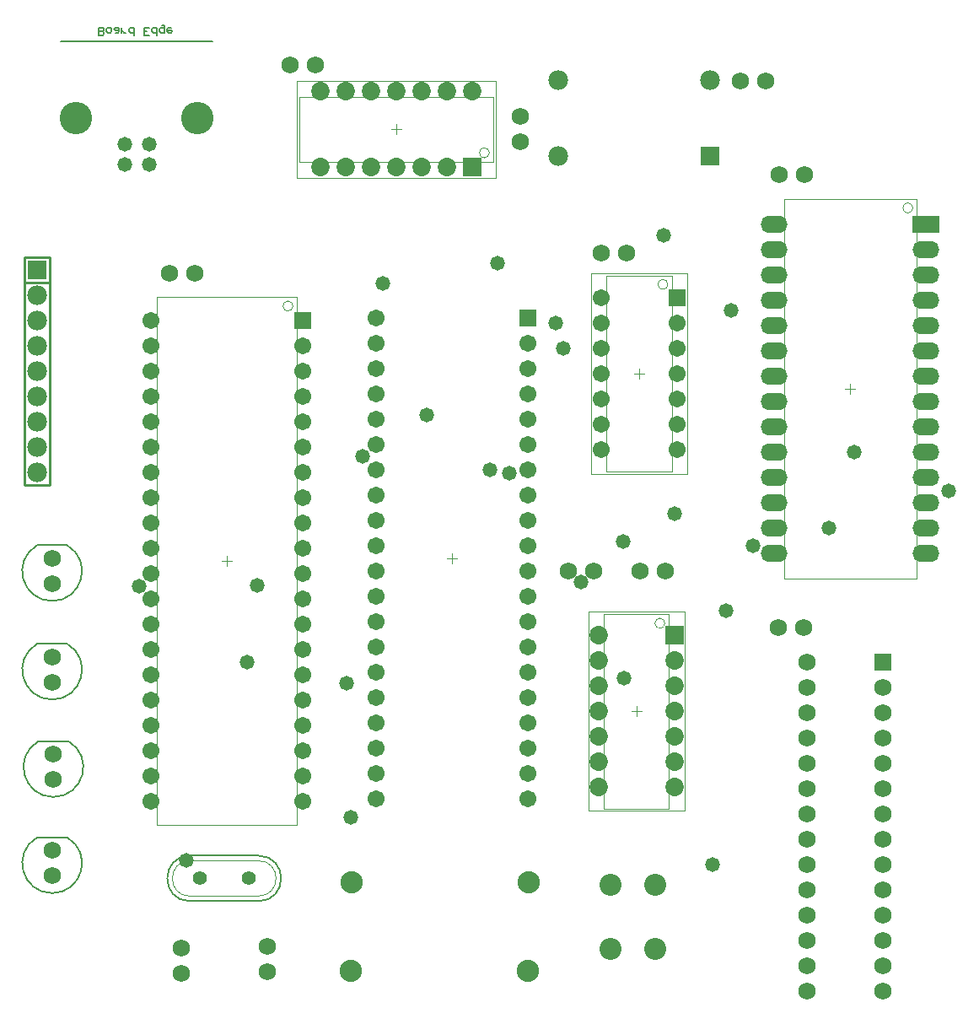
<source format=gts>
G04 Layer_Color=20142*
%FSLAX25Y25*%
%MOIN*%
G70*
G01*
G75*
%ADD10C,0.01000*%
%ADD11C,0.00500*%
%ADD12C,0.00200*%
%ADD13C,0.00600*%
%ADD14C,0.00394*%
%ADD15C,0.00591*%
%ADD16C,0.00197*%
%ADD38C,0.06800*%
%ADD39R,0.06800X0.06800*%
%ADD40C,0.05524*%
%ADD41R,0.06706X0.06706*%
%ADD42C,0.06706*%
%ADD43C,0.07800*%
%ADD44R,0.07800X0.07800*%
%ADD45C,0.08674*%
%ADD46C,0.07300*%
%ADD47R,0.07300X0.07300*%
%ADD48R,0.10642X0.06706*%
%ADD49O,0.10642X0.06706*%
%ADD50R,0.07300X0.07300*%
%ADD51R,0.07800X0.07800*%
%ADD52C,0.12800*%
%ADD53C,0.05800*%
%ADD54C,0.08800*%
D10*
X119101Y398500D02*
X109301D01*
X119101D02*
Y408400D01*
Y318600D02*
Y408400D01*
Y318600D02*
X109301D01*
Y408400D01*
X119101D02*
X109301D01*
D11*
X183601Y493800D02*
X123601D01*
X138601Y496251D02*
Y499250D01*
X140100D01*
X140600Y498750D01*
Y498250D01*
X140100Y497751D01*
X138601D01*
X140100D01*
X140600Y497251D01*
Y496751D01*
X140100Y496251D01*
X138601D01*
X142100Y499250D02*
X143099D01*
X143599Y498750D01*
Y497751D01*
X143099Y497251D01*
X142100D01*
X141600Y497751D01*
Y498750D01*
X142100Y499250D01*
X145099Y497251D02*
X146098D01*
X146598Y497751D01*
Y499250D01*
X145099D01*
X144599Y498750D01*
X145099Y498250D01*
X146598D01*
X147598Y497251D02*
Y499250D01*
Y498250D01*
X148098Y497751D01*
X148598Y497251D01*
X149097D01*
X152596Y496251D02*
Y499250D01*
X151097D01*
X150597Y498750D01*
Y497751D01*
X151097Y497251D01*
X152596D01*
X158594Y496251D02*
X156595D01*
Y499250D01*
X158594D01*
X156595Y497751D02*
X157595D01*
X161593Y496251D02*
Y499250D01*
X160094D01*
X159594Y498750D01*
Y497751D01*
X160094Y497251D01*
X161593D01*
X163593Y500250D02*
X164093D01*
X164592Y499750D01*
Y497251D01*
X163093D01*
X162593Y497751D01*
Y498750D01*
X163093Y499250D01*
X164592D01*
X167092D02*
X166092D01*
X165592Y498750D01*
Y497751D01*
X166092Y497251D01*
X167092D01*
X167591Y497751D01*
Y498250D01*
X165592D01*
D12*
X174701Y170000D02*
G03*
X174701Y156000I0J-7000D01*
G01*
X201701D02*
G03*
X201701Y170000I0J7000D01*
G01*
Y156000D02*
X174701D01*
X201701Y170000D02*
X174701D01*
D13*
Y172000D02*
G03*
X174701Y154000I0J-9000D01*
G01*
X201701D02*
G03*
X201701Y172000I0J9000D01*
G01*
Y154000D02*
X174701D01*
X201701Y172000D02*
X174701D01*
D14*
X211445Y389189D02*
G03*
X211445Y389189I1969J0D01*
G01*
X289075Y449748D02*
G03*
X289075Y449748I1969J0D01*
G01*
X456468Y427957D02*
G03*
X456468Y427957I1969J0D01*
G01*
X358484Y263843D02*
G03*
X358484Y263843I1969J0D01*
G01*
X359681Y397736D02*
G03*
X359681Y397736I1969J0D01*
G01*
X216957Y184268D02*
Y392732D01*
X161445Y184268D02*
Y392732D01*
X216957D02*
X161445D01*
X216957Y184268D02*
X161445D01*
X217815Y446205D02*
Y471795D01*
X294587Y446205D02*
Y471795D01*
X217815D01*
X294587Y446205D02*
X217815D01*
X461980Y281500D02*
Y431500D01*
X409421Y281500D02*
Y431500D01*
X461980D02*
X409421D01*
X461980Y281500D02*
X409421D01*
X363996Y190614D02*
Y267386D01*
X338406Y190614D02*
Y267386D01*
X363996D02*
X338406D01*
X363996Y190614D02*
X338406D01*
X365193Y323720D02*
X339209D01*
X365193Y401280D02*
X339209D01*
Y323720D02*
Y401280D01*
X365193Y323720D02*
Y401280D01*
X280169Y289500D02*
X276232D01*
X278201Y287532D02*
Y291469D01*
X191169Y288500D02*
X187232D01*
X189201Y286532D02*
Y290469D01*
X258169Y459000D02*
X254232D01*
X256201Y457032D02*
Y460969D01*
X216831Y439906D02*
Y478094D01*
X295571Y439906D02*
Y478094D01*
X216831D01*
X295571Y439906D02*
X216831D01*
X437669Y356500D02*
X433732D01*
X435701Y354532D02*
Y358469D01*
X353169Y229000D02*
X349232D01*
X351201Y227032D02*
Y230969D01*
X352201Y360532D02*
Y364469D01*
X354169Y362500D02*
X350232D01*
D15*
X114278Y294679D02*
G03*
X126089Y294679I5906J-10229D01*
G01*
X114295Y255729D02*
G03*
X126106Y255729I5906J-10229D01*
G01*
X114295Y179229D02*
G03*
X126106Y179229I5906J-10229D01*
G01*
X114795Y217229D02*
G03*
X126606Y217229I5906J-10229D01*
G01*
X126089Y294679D02*
X114278D01*
X126106Y255729D02*
X114295D01*
X126106Y179229D02*
X114295D01*
X126606Y217229D02*
X114795D01*
D16*
X370295Y189630D02*
Y268370D01*
X332106Y189630D02*
Y268370D01*
X370295D02*
X332106D01*
X370295Y189630D02*
X332106D01*
X371295Y322736D02*
X333106D01*
X371295Y402264D02*
X333106D01*
Y322736D02*
Y402264D01*
X371295Y322736D02*
Y402264D01*
D38*
X214201Y484500D02*
D03*
X224201D02*
D03*
X418701Y228500D02*
D03*
Y218500D02*
D03*
Y138500D02*
D03*
Y148500D02*
D03*
Y158500D02*
D03*
Y168500D02*
D03*
Y178500D02*
D03*
Y188500D02*
D03*
Y198500D02*
D03*
Y208500D02*
D03*
X448701Y238500D02*
D03*
Y228500D02*
D03*
Y218500D02*
D03*
Y208500D02*
D03*
Y198500D02*
D03*
Y188500D02*
D03*
Y178500D02*
D03*
Y168500D02*
D03*
Y158500D02*
D03*
Y148500D02*
D03*
Y138500D02*
D03*
Y128500D02*
D03*
Y118500D02*
D03*
X418701Y248500D02*
D03*
Y238500D02*
D03*
Y128500D02*
D03*
Y118500D02*
D03*
X305201Y454000D02*
D03*
Y464000D02*
D03*
X402201Y478000D02*
D03*
X392201D02*
D03*
X407701Y441000D02*
D03*
X417701D02*
D03*
X407201Y262000D02*
D03*
X417201D02*
D03*
X347201Y410000D02*
D03*
X337201D02*
D03*
X362701Y284500D02*
D03*
X352701D02*
D03*
X205201Y136000D02*
D03*
Y126000D02*
D03*
X171201Y135500D02*
D03*
Y125500D02*
D03*
X334201Y284500D02*
D03*
X324201D02*
D03*
X176701Y402000D02*
D03*
X166701D02*
D03*
X120184Y279451D02*
D03*
Y289451D02*
D03*
X120201Y240500D02*
D03*
Y250500D02*
D03*
Y164000D02*
D03*
Y174000D02*
D03*
X120701Y202000D02*
D03*
Y212000D02*
D03*
D39*
X448701Y248500D02*
D03*
D40*
X197807Y163000D02*
D03*
X178594D02*
D03*
D41*
X308201Y384500D02*
D03*
X219201Y383500D02*
D03*
X367201Y392500D02*
D03*
D42*
X308201Y374500D02*
D03*
Y364500D02*
D03*
Y354500D02*
D03*
Y344500D02*
D03*
Y334500D02*
D03*
Y324500D02*
D03*
Y314500D02*
D03*
Y304500D02*
D03*
Y294500D02*
D03*
Y284500D02*
D03*
Y274500D02*
D03*
Y264500D02*
D03*
Y254500D02*
D03*
Y244500D02*
D03*
Y234500D02*
D03*
Y224500D02*
D03*
Y214500D02*
D03*
Y204500D02*
D03*
Y194500D02*
D03*
X248201Y384500D02*
D03*
Y374500D02*
D03*
Y364500D02*
D03*
Y354500D02*
D03*
Y344500D02*
D03*
Y334500D02*
D03*
Y324500D02*
D03*
Y314500D02*
D03*
Y304500D02*
D03*
Y294500D02*
D03*
Y284500D02*
D03*
Y274500D02*
D03*
Y264500D02*
D03*
Y254500D02*
D03*
Y244500D02*
D03*
Y234500D02*
D03*
Y224500D02*
D03*
Y214500D02*
D03*
Y204500D02*
D03*
Y194500D02*
D03*
X219201Y373500D02*
D03*
Y363500D02*
D03*
Y353500D02*
D03*
Y343500D02*
D03*
Y333500D02*
D03*
Y323500D02*
D03*
Y313500D02*
D03*
Y303500D02*
D03*
Y293500D02*
D03*
Y283500D02*
D03*
Y273500D02*
D03*
Y263500D02*
D03*
Y253500D02*
D03*
Y243500D02*
D03*
Y233500D02*
D03*
Y223500D02*
D03*
Y213500D02*
D03*
Y203500D02*
D03*
Y193500D02*
D03*
X159201Y383500D02*
D03*
Y373500D02*
D03*
Y363500D02*
D03*
Y353500D02*
D03*
Y343500D02*
D03*
Y333500D02*
D03*
Y323500D02*
D03*
Y313500D02*
D03*
Y303500D02*
D03*
Y293500D02*
D03*
Y283500D02*
D03*
Y273500D02*
D03*
Y263500D02*
D03*
Y253500D02*
D03*
Y243500D02*
D03*
Y233500D02*
D03*
Y223500D02*
D03*
Y213500D02*
D03*
Y203500D02*
D03*
Y193500D02*
D03*
X337201Y332500D02*
D03*
Y342500D02*
D03*
Y352500D02*
D03*
Y362500D02*
D03*
Y372500D02*
D03*
Y382500D02*
D03*
Y392500D02*
D03*
X367201Y332500D02*
D03*
Y342500D02*
D03*
Y352500D02*
D03*
Y362500D02*
D03*
Y372500D02*
D03*
Y382500D02*
D03*
D43*
X380201Y478500D02*
D03*
X320201D02*
D03*
Y448500D02*
D03*
X114201Y323500D02*
D03*
Y333500D02*
D03*
Y343500D02*
D03*
Y353500D02*
D03*
Y363500D02*
D03*
Y373500D02*
D03*
Y383500D02*
D03*
Y393500D02*
D03*
D44*
X380201Y448500D02*
D03*
D45*
X358701Y135000D02*
D03*
X340984D02*
D03*
X358701Y160591D02*
D03*
X340984D02*
D03*
D46*
X226201Y474000D02*
D03*
X236201D02*
D03*
X246201D02*
D03*
X256201D02*
D03*
X266201D02*
D03*
X276201D02*
D03*
X286201D02*
D03*
X226201Y444000D02*
D03*
X236201D02*
D03*
X246201D02*
D03*
X256201D02*
D03*
X266201D02*
D03*
X276201D02*
D03*
X366201Y249000D02*
D03*
Y239000D02*
D03*
Y229000D02*
D03*
Y219000D02*
D03*
Y209000D02*
D03*
Y199000D02*
D03*
X336201Y259000D02*
D03*
Y249000D02*
D03*
Y239000D02*
D03*
Y229000D02*
D03*
Y219000D02*
D03*
Y209000D02*
D03*
Y199000D02*
D03*
D47*
X286201Y444000D02*
D03*
D48*
X465701Y421500D02*
D03*
D49*
Y411500D02*
D03*
Y401500D02*
D03*
Y391500D02*
D03*
Y381500D02*
D03*
Y371500D02*
D03*
Y361500D02*
D03*
Y351500D02*
D03*
Y341500D02*
D03*
Y331500D02*
D03*
Y321500D02*
D03*
Y311500D02*
D03*
Y301500D02*
D03*
Y291500D02*
D03*
X405701Y421500D02*
D03*
Y411500D02*
D03*
Y401500D02*
D03*
Y391500D02*
D03*
Y381500D02*
D03*
Y371500D02*
D03*
Y361500D02*
D03*
Y351500D02*
D03*
Y341500D02*
D03*
Y331500D02*
D03*
Y321500D02*
D03*
Y311500D02*
D03*
Y301500D02*
D03*
Y291500D02*
D03*
D50*
X366201Y259000D02*
D03*
D51*
X114201Y403500D02*
D03*
D52*
X129601Y463500D02*
D03*
X177601D02*
D03*
D53*
X148901Y445000D02*
D03*
Y453000D02*
D03*
X158701D02*
D03*
Y445000D02*
D03*
X346001Y296200D02*
D03*
X397301Y294500D02*
D03*
X197101Y248500D02*
D03*
X296301Y406200D02*
D03*
X388501Y387500D02*
D03*
X300801Y323000D02*
D03*
X154701Y278500D02*
D03*
X437201Y331500D02*
D03*
X346401Y242000D02*
D03*
X319201Y382300D02*
D03*
X381401Y168500D02*
D03*
X173301Y170200D02*
D03*
X238201Y187000D02*
D03*
X242854Y329847D02*
D03*
X251001Y398200D02*
D03*
X361801Y417000D02*
D03*
X322201Y372500D02*
D03*
X366101Y307000D02*
D03*
X236701Y240000D02*
D03*
X201101Y278953D02*
D03*
X329201Y280000D02*
D03*
X474501Y316000D02*
D03*
X427301Y301500D02*
D03*
X268401Y346200D02*
D03*
X386501Y268700D02*
D03*
X293401Y324400D02*
D03*
D54*
X238201Y126500D02*
D03*
X308201D02*
D03*
X308701Y161500D02*
D03*
X238701D02*
D03*
M02*

</source>
